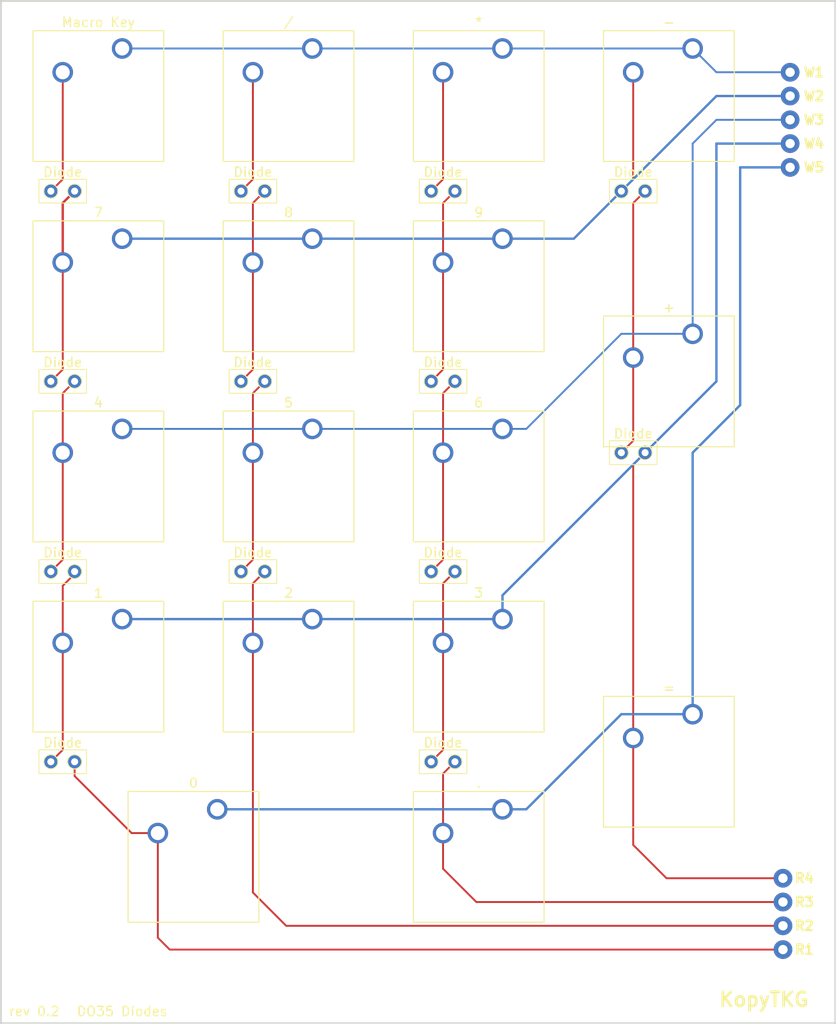
<source format=kicad_pcb>
(kicad_pcb (version 20211014) (generator pcbnew)
  (title_block (rev "2"))
  (layers (0 "F.Cu" signal) (31 "B.Cu" signal) (34 "B.Paste" user) (35 "F.Paste" user) (36 "B.SilkS" user "B.Silkscreen") (37 "F.SilkS" user "F.Silkscreen") (38 "B.Mask" user) (39 "F.Mask" user) (44 "Edge.Cuts" user))
  (net 0 "")
  (footprint "" (layer "F.Cu") (at 86.36 81.28)
    (fp_text reference "" (at 1.778 -0.254) (layer "F.SilkS") (effects (font (size 1.27 1.27))))
    (fp_text value "" (at 1.778 -0.254) (layer "F.SilkS") (effects (font (size 1.27 1.27))))
    (pad "1" thru_hole circle (at 0 0) (size 1.5 1.5) (drill 0.75) (layers *.Cu *.Mask))
  )
  (footprint "Button_Switch_Keyboard:SW_Cherry_MX_1.00u_Plate" (layer "F.Cu") (at 73.66 66.04)
    (fp_text reference "4" (at -2.54 -2.794) (layer "F.SilkS"))
    (fp_text value "SW_Cherry_MX_1.00u_Plate")
    (fp_line (start -9.525 12.065) (end -9.525 -1.905) (layer "F.SilkS") (width 0.12))
    (fp_line (start 4.445 -1.905) (end 4.445 12.065) (layer "F.SilkS") (width 0.12))
    (fp_line (start -9.525 -1.905) (end 4.445 -1.905) (layer "F.SilkS") (width 0.12))
    (fp_line (start 4.445 12.065) (end -9.525 12.065) (layer "F.SilkS") (width 0.12))
    (pad "" np_thru_hole circle (at -2.54 5.08) (size 4 4) (drill 4) (layers *.Cu *.Mask))
    (pad "1" thru_hole circle (at 0 0) (size 2.2 2.2) (drill 1.5) (layers *.Cu *.Mask))
    (pad "2" thru_hole circle (at -6.35 2.54) (size 2.2 2.2) (drill 1.5) (layers *.Cu *.Mask))
  )
  (footprint "" (layer "F.Cu") (at 109.22 40.64)
    (fp_text reference "" (at 0 0) (layer "F.SilkS") (effects (font (size 1.27 1.27))))
    (fp_text value "" (at 0 0) (layer "F.SilkS") (effects (font (size 1.27 1.27))))
    (pad "1" thru_hole circle (at 0 0) (size 1.5 1.5) (drill 0.75) (layers *.Cu *.Mask))
  )
  (footprint "Button_Switch_Keyboard:SW_Cherry_MX_1.00u_Plate" (layer "F.Cu") (at 73.66 45.72)
    (fp_text reference "7" (at -2.54 -2.794) (layer "F.SilkS"))
    (fp_text value "SW_Cherry_MX_1.00u_Plate")
    (fp_line (start -9.525 12.065) (end -9.525 -1.905) (layer "F.SilkS") (width 0.12))
    (fp_line (start 4.445 -1.905) (end 4.445 12.065) (layer "F.SilkS") (width 0.12))
    (fp_line (start 4.445 12.065) (end -9.525 12.065) (layer "F.SilkS") (width 0.12))
    (fp_line (start -9.525 -1.905) (end 4.445 -1.905) (layer "F.SilkS") (width 0.12))
    (pad "" np_thru_hole circle (at -2.54 5.08) (size 4 4) (drill 4) (layers *.Cu *.Mask))
    (pad "1" thru_hole circle (at 0 0) (size 2.2 2.2) (drill 1.5) (layers *.Cu *.Mask))
    (pad "2" thru_hole circle (at -6.35 2.54) (size 2.2 2.2) (drill 1.5) (layers *.Cu *.Mask))
  )
  (footprint "" (layer "F.Cu") (at 144.272 121.666)
    (fp_text reference "" (at 1.778 -0.254) (layer "F.SilkS") (effects (font (size 1.27 1.27))))
    (fp_text value "" (at 1.778 -0.254) (layer "F.SilkS") (effects (font (size 1.27 1.27))))
    (pad "1" thru_hole circle (at 0 0) (size 2 2) (drill 1) (layers *.Cu *.Mask))
  )
  (footprint "Button_Switch_Keyboard:SW_Cherry_MX_1.00u_Plate" (layer "F.Cu") (at 93.98 86.36)
    (fp_text reference "2" (at -2.54 -2.794) (layer "F.SilkS"))
    (fp_text value "SW_Cherry_MX_1.00u_Plate")
    (fp_line (start -9.525 -1.905) (end 4.445 -1.905) (layer "F.SilkS") (width 0.12))
    (fp_line (start 4.445 -1.905) (end 4.445 12.065) (layer "F.SilkS") (width 0.12))
    (fp_line (start 4.445 12.065) (end -9.525 12.065) (layer "F.SilkS") (width 0.12))
    (fp_line (start -9.525 12.065) (end -9.525 -1.905) (layer "F.SilkS") (width 0.12))
    (pad "" np_thru_hole circle (at -2.54 5.08) (size 4 4) (drill 4) (layers *.Cu *.Mask))
    (pad "1" thru_hole circle (at 0 0) (size 2.2 2.2) (drill 1.5) (layers *.Cu *.Mask))
    (pad "2" thru_hole circle (at -6.35 2.54) (size 2.2 2.2) (drill 1.5) (layers *.Cu *.Mask))
  )
  (footprint "" (layer "F.Cu") (at 145.034 35.56)
    (fp_text reference "" (at 4.572 -0.254) (layer "F.SilkS") (effects (font (size 1.27 1.27))))
    (fp_text value "" (at 4.572 -0.254) (layer "F.SilkS") (effects (font (size 1.27 1.27))))
    (pad "1" thru_hole circle (at 0 0) (size 2 2) (drill 1) (layers *.Cu *.Mask))
  )
  (footprint "" (layer "F.Cu") (at 129.54 40.64)
    (fp_text reference "" (at 0 0) (layer "F.SilkS") (effects (font (size 1.27 1.27))))
    (fp_text value "" (at 0 0) (layer "F.SilkS") (effects (font (size 1.27 1.27))))
    (pad "1" thru_hole circle (at 0 0) (size 1.5 1.5) (drill 0.75) (layers *.Cu *.Mask))
  )
  (footprint "" (layer "F.Cu") (at 66.04 60.96)
    (fp_text reference "" (at 1.778 -0.254) (layer "F.SilkS") (effects (font (size 1.27 1.27))))
    (fp_text value "" (at 1.778 -0.254) (layer "F.SilkS") (effects (font (size 1.27 1.27))))
    (pad "1" thru_hole circle (at 0 0) (size 1.5 1.5) (drill 0.75) (layers *.Cu *.Mask))
  )
  (footprint "" (layer "F.Cu") (at 88.9 81.28)
    (fp_text reference "" (at 0 0) (layer "F.SilkS") (effects (font (size 1.27 1.27))))
    (fp_text value "" (at 0 0) (layer "F.SilkS") (effects (font (size 1.27 1.27))))
    (pad "1" thru_hole circle (at 0 0) (size 1.5 1.5) (drill 0.75) (layers *.Cu *.Mask))
  )
  (footprint "" (layer "F.Cu") (at 145.034 38.1)
    (fp_text reference "" (at 4.572 -0.254) (layer "F.SilkS") (effects (font (size 1.27 1.27))))
    (fp_text value "" (at 4.572 -0.254) (layer "F.SilkS") (effects (font (size 1.27 1.27))))
    (pad "1" thru_hole circle (at 0 0) (size 2 2) (drill 1) (layers *.Cu *.Mask))
  )
  (footprint "" (layer "F.Cu") (at 106.68 101.6)
    (fp_text reference "" (at 1.778 -0.254) (layer "F.SilkS") (effects (font (size 1.27 1.27))))
    (fp_text value "" (at 1.778 -0.254) (layer "F.SilkS") (effects (font (size 1.27 1.27))))
    (pad "1" thru_hole circle (at 0 0) (size 1.5 1.5) (drill 0.75) (layers *.Cu *.Mask))
  )
  (footprint "" (layer "F.Cu") (at 68.58 40.64)
    (fp_text reference "" (at 0 0) (layer "F.SilkS") (effects (font (size 1.27 1.27))))
    (fp_text value "" (at 0 0) (layer "F.SilkS") (effects (font (size 1.27 1.27))))
    (pad "1" thru_hole circle (at 0 0) (size 1.5 1.5) (drill 0.75) (layers *.Cu *.Mask))
  )
  (footprint "Button_Switch_Keyboard:SW_Cherry_MX_2.00u_Vertical_Plate" (layer "F.Cu") (at 134.62 55.88)
    (fp_text reference "+" (at -2.54 -2.794) (layer "F.SilkS"))
    (fp_text value "SW_Cherry_MX_2.00u_Vertical_Plate")
    (fp_line (start -9.525 12.065) (end -9.525 -1.905) (layer "F.SilkS") (width 0.12))
    (fp_line (start -9.525 -1.905) (end 4.445 -1.905) (layer "F.SilkS") (width 0.12))
    (fp_line (start 4.445 12.065) (end -9.525 12.065) (layer "F.SilkS") (width 0.12))
    (fp_line (start 4.445 -1.905) (end 4.445 12.065) (layer "F.SilkS") (width 0.12))
    (pad "" np_thru_hole circle (at -2.54 5.08) (size 4 4) (drill 4) (layers *.Cu *.Mask))
    (pad "1" thru_hole circle (at 0 0) (size 2.2 2.2) (drill 1.5) (layers *.Cu *.Mask))
    (pad "2" thru_hole circle (at -6.35 2.54) (size 2.2 2.2) (drill 1.5) (layers *.Cu *.Mask))
  )
  (footprint "" (layer "F.Cu") (at 144.272 119.126)
    (fp_text reference "" (at 1.778 -0.254) (layer "F.SilkS") (effects (font (size 1.27 1.27))))
    (fp_text value "" (at 1.778 -0.254) (layer "F.SilkS") (effects (font (size 1.27 1.27))))
    (pad "1" thru_hole circle (at 0 0) (size 2 2) (drill 1) (layers *.Cu *.Mask))
  )
  (footprint "" (layer "F.Cu") (at 109.22 101.6)
    (fp_text reference "" (at 0 0) (layer "F.SilkS") (effects (font (size 1.27 1.27))))
    (fp_text value "" (at 0 0) (layer "F.SilkS") (effects (font (size 1.27 1.27))))
    (pad "1" thru_hole circle (at 0 0) (size 1.5 1.5) (drill 0.75) (layers *.Cu *.Mask))
  )
  (footprint "" (layer "F.Cu") (at 66.04 81.28)
    (fp_text reference "" (at 1.778 -0.254) (layer "F.SilkS") (effects (font (size 1.27 1.27))))
    (fp_text value "" (at 1.778 -0.254) (layer "F.SilkS") (effects (font (size 1.27 1.27))))
    (pad "1" thru_hole circle (at 0 0) (size 1.5 1.5) (drill 0.75) (layers *.Cu *.Mask))
  )
  (footprint "" (layer "F.Cu") (at 145.034 30.48)
    (fp_text reference "" (at 4.572 -0.254) (layer "F.SilkS") (effects (font (size 1.27 1.27))))
    (fp_text value "" (at 4.572 -0.254) (layer "F.SilkS") (effects (font (size 1.27 1.27))))
    (pad "1" thru_hole circle (at 0 0) (size 2 2) (drill 1) (layers *.Cu *.Mask))
  )
  (footprint "Button_Switch_Keyboard:SW_Cherry_MX_1.00u_Plate" (layer "F.Cu") (at 134.62 25.4)
    (fp_text reference "-" (at -2.54 -2.794) (layer "F.SilkS"))
    (fp_text value "SW_Cherry_MX_1.00u_Plate")
    (fp_line (start -9.525 -1.905) (end 4.445 -1.905) (layer "F.SilkS") (width 0.12))
    (fp_line (start -9.525 12.065) (end -9.525 -1.905) (layer "F.SilkS") (width 0.12))
    (fp_line (start 4.445 -1.905) (end 4.445 12.065) (layer "F.SilkS") (width 0.12))
    (fp_line (start 4.445 12.065) (end -9.525 12.065) (layer "F.SilkS") (width 0.12))
    (pad "" np_thru_hole circle (at -2.54 5.08) (size 4 4) (drill 4) (layers *.Cu *.Mask))
    (pad "1" thru_hole circle (at 0 0) (size 2.2 2.2) (drill 1.5) (layers *.Cu *.Mask))
    (pad "2" thru_hole circle (at -6.35 2.54) (size 2.2 2.2) (drill 1.5) (layers *.Cu *.Mask))
  )
  (footprint "" (layer "F.Cu") (at 127 40.64)
    (fp_text reference "" (at 1.778 -0.254) (layer "F.SilkS") (effects (font (size 1.27 1.27))))
    (fp_text value "" (at 1.778 -0.254) (layer "F.SilkS") (effects (font (size 1.27 1.27))))
    (pad "1" thru_hole circle (at 0 0) (size 1.5 1.5) (drill 0.75) (layers *.Cu *.Mask))
  )
  (footprint "" (layer "F.Cu") (at 68.58 60.96)
    (fp_text reference "" (at 0 0) (layer "F.SilkS") (effects (font (size 1.27 1.27))))
    (fp_text value "" (at 0 0) (layer "F.SilkS") (effects (font (size 1.27 1.27))))
    (pad "1" thru_hole circle (at 0 0) (size 1.5 1.5) (drill 0.75) (layers *.Cu *.Mask))
  )
  (footprint "Button_Switch_Keyboard:SW_Cherry_MX_1.00u_Plate" (layer "F.Cu") (at 114.3 25.4)
    (fp_text reference "*" (at -2.54 -2.794) (layer "F.SilkS"))
    (fp_text value "SW_Cherry_MX_1.00u_Plate")
    (fp_line (start -9.525 -1.905) (end 4.445 -1.905) (layer "F.SilkS") (width 0.12))
    (fp_line (start 4.445 12.065) (end -9.525 12.065) (layer "F.SilkS") (width 0.12))
    (fp_line (start -9.525 12.065) (end -9.525 -1.905) (layer "F.SilkS") (width 0.12))
    (fp_line (start 4.445 -1.905) (end 4.445 12.065) (layer "F.SilkS") (width 0.12))
    (pad "" np_thru_hole circle (at -2.54 5.08) (size 4 4) (drill 4) (layers *.Cu *.Mask))
    (pad "1" thru_hole circle (at 0 0) (size 2.2 2.2) (drill 1.5) (layers *.Cu *.Mask))
    (pad "2" thru_hole circle (at -6.35 2.54) (size 2.2 2.2) (drill 1.5) (layers *.Cu *.Mask))
  )
  (footprint "" (layer "F.Cu") (at 106.68 81.28)
    (fp_text reference "" (at 1.778 -0.254) (layer "F.SilkS") (effects (font (size 1.27 1.27))))
    (fp_text value "" (at 1.778 -0.254) (layer "F.SilkS") (effects (font (size 1.27 1.27))))
    (pad "1" thru_hole circle (at 0 0) (size 1.5 1.5) (drill 0.75) (layers *.Cu *.Mask))
  )
  (footprint "" (layer "F.Cu") (at 88.9 40.64)
    (fp_text reference "" (at 0 0) (layer "F.SilkS") (effects (font (size 1.27 1.27))))
    (fp_text value "" (at 0 0) (layer "F.SilkS") (effects (font (size 1.27 1.27))))
    (pad "1" thru_hole circle (at 0 0) (size 1.5 1.5) (drill 0.75) (layers *.Cu *.Mask))
  )
  (footprint "" (layer "F.Cu") (at 144.272 116.586)
    (fp_text reference "" (at 1.778 -0.254) (layer "F.SilkS") (effects (font (size 1.27 1.27))))
    (fp_text value "" (at 1.778 -0.254) (layer "F.SilkS") (effects (font (size 1.27 1.27))))
    (pad "1" thru_hole circle (at 0 0) (size 2 2) (drill 1) (layers *.Cu *.Mask))
  )
  (footprint "" (layer "F.Cu") (at 145.034 33.02)
    (fp_text reference "" (at 4.572 -0.254) (layer "F.SilkS") (effects (font (size 1.27 1.27))))
    (fp_text value "" (at 4.572 -0.254) (layer "F.SilkS") (effects (font (size 1.27 1.27))))
    (pad "1" thru_hole circle (at 0 0) (size 2 2) (drill 1) (layers *.Cu *.Mask))
  )
  (footprint "Button_Switch_Keyboard:SW_Cherry_MX_1.00u_Plate" (layer "F.Cu") (at 114.3 86.36)
    (fp_text reference "3" (at -2.54 -2.794) (layer "F.SilkS"))
    (fp_text value "SW_Cherry_MX_1.00u_Plate")
    (fp_line (start 4.445 12.065) (end -9.525 12.065) (layer "F.SilkS") (width 0.12))
    (fp_line (start -9.525 -1.905) (end 4.445 -1.905) (layer "F.SilkS") (width 0.12))
    (fp_line (start 4.445 -1.905) (end 4.445 12.065) (layer "F.SilkS") (width 0.12))
    (fp_line (start -9.525 12.065) (end -9.525 -1.905) (layer "F.SilkS") (width 0.12))
    (pad "" np_thru_hole circle (at -2.54 5.08) (size 4 4) (drill 4) (layers *.Cu *.Mask))
    (pad "1" thru_hole circle (at 0 0) (size 2.2 2.2) (drill 1.5) (layers *.Cu *.Mask))
    (pad "2" thru_hole circle (at -6.35 2.54) (size 2.2 2.2) (drill 1.5) (layers *.Cu *.Mask))
  )
  (footprint "" (layer "F.Cu") (at 86.36 60.96)
    (fp_text reference "" (at 1.778 -0.254) (layer "F.SilkS") (effects (font (size 1.27 1.27))))
    (fp_text value "" (at 1.778 -0.254) (layer "F.SilkS") (effects (font (size 1.27 1.27))))
    (pad "1" thru_hole circle (at 0 0) (size 1.5 1.5) (drill 0.75) (layers *.Cu *.Mask))
  )
  (footprint "" (layer "F.Cu") (at 86.36 40.64)
    (fp_text reference "" (at 1.778 -0.254) (layer "F.SilkS") (effects (font (size 1.27 1.27))))
    (fp_text value "" (at 1.778 -0.254) (layer "F.SilkS") (effects (font (size 1.27 1.27))))
    (pad "1" thru_hole circle (at 0 0) (size 1.5 1.5) (drill 0.75) (layers *.Cu *.Mask))
  )
  (footprint "" (layer "F.Cu") (at 68.58 81.28)
    (fp_text reference "" (at 0 0) (layer "F.SilkS") (effects (font (size 1.27 1.27))))
    (fp_text value "" (at 0 0) (layer "F.SilkS") (effects (font (size 1.27 1.27))))
    (pad "1" thru_hole circle (at 0 0) (size 1.5 1.5) (drill 0.75) (layers *.Cu *.Mask))
  )
  (footprint "" (layer "F.Cu") (at 66.04 40.64)
    (fp_text reference "" (at 1.778 -0.254) (layer "F.SilkS") (effects (font (size 1.27 1.27))))
    (fp_text value "" (at 1.778 -0.254) (layer "F.SilkS") (effects (font (size 1.27 1.27))))
    (pad "1" thru_hole circle (at 0 0) (size 1.5 1.5) (drill 0.75) (layers *.Cu *.Mask))
  )
  (footprint "Button_Switch_Keyboard:SW_Cherry_MX_1.00u_Plate" (layer "F.Cu") (at 114.3 66.04)
    (fp_text reference "6" (at -2.54 -2.794) (layer "F.SilkS"))
    (fp_text value "SW_Cherry_MX_1.00u_Plate")
    (fp_line (start -9.525 -1.905) (end 4.445 -1.905) (layer "F.SilkS") (width 0.12))
    (fp_line (start 4.445 -1.905) (end 4.445 12.065) (layer "F.SilkS") (width 0.12))
    (fp_line (start -9.525 12.065) (end -9.525 -1.905) (layer "F.SilkS") (width 0.12))
    (fp_line (start 4.445 12.065) (end -9.525 12.065) (layer "F.SilkS") (width 0.12))
    (pad "" np_thru_hole circle (at -2.54 5.08) (size 4 4) (drill 4) (layers *.Cu *.Mask))
    (pad "1" thru_hole circle (at 0 0) (size 2.2 2.2) (drill 1.5) (layers *.Cu *.Mask))
    (pad "2" thru_hole circle (at -6.35 2.54) (size 2.2 2.2) (drill 1.5) (layers *.Cu *.Mask))
  )
  (footprint "" (layer "F.Cu") (at 106.68 40.64)
    (fp_text reference "" (at 1.778 -0.254) (layer "F.SilkS") (effects (font (size 1.27 1.27))))
    (fp_text value "" (at 1.778 -0.254) (layer "F.SilkS") (effects (font (size 1.27 1.27))))
    (pad "1" thru_hole circle (at 0 0) (size 1.5 1.5) (drill 0.75) (layers *.Cu *.Mask))
  )
  (footprint "" (layer "F.Cu") (at 66.04 101.6)
    (fp_text reference "" (at 1.778 -0.254) (layer "F.SilkS") (effects (font (size 1.27 1.27))))
    (fp_text value "" (at 1.778 -0.254) (layer "F.SilkS") (effects (font (size 1.27 1.27))))
    (pad "1" thru_hole circle (at 0 0) (size 1.5 1.5) (drill 0.75) (layers *.Cu *.Mask))
  )
  (footprint "Button_Switch_Keyboard:SW_Cherry_MX_2.00u_Vertical_Plate" (layer "F.Cu") (at 134.62 96.52)
    (fp_text reference "=" (at -2.54 -2.794) (layer "F.SilkS"))
    (fp_text value "SW_Cherry_MX_2.00u_Vertical_Plate")
    (fp_line (start -9.525 12.065) (end -9.525 -1.905) (layer "F.SilkS") (width 0.12))
    (fp_line (start -9.525 -1.905) (end 4.445 -1.905) (layer "F.SilkS") (width 0.12))
    (fp_line (start 4.445 12.065) (end -9.525 12.065) (layer "F.SilkS") (width 0.12))
    (fp_line (start 4.445 -1.905) (end 4.445 12.065) (layer "F.SilkS") (width 0.12))
    (pad "" np_thru_hole circle (at -2.54 5.08) (size 4 4) (drill 4) (layers *.Cu *.Mask))
    (pad "1" thru_hole circle (at 0 0) (size 2.2 2.2) (drill 1.5) (layers *.Cu *.Mask))
    (pad "2" thru_hole circle (at -6.35 2.54) (size 2.2 2.2) (drill 1.5) (layers *.Cu *.Mask))
  )
  (footprint "" (layer "F.Cu") (at 144.272 114.046)
    (fp_text reference "" (at 1.778 -0.254) (layer "F.SilkS") (effects (font (size 1.27 1.27))))
    (fp_text value "" (at 1.778 -0.254) (layer "F.SilkS") (effects (font (size 1.27 1.27))))
    (pad "1" thru_hole circle (at 0 0) (size 2 2) (drill 1) (layers *.Cu *.Mask))
  )
  (footprint "Button_Switch_Keyboard:SW_Cherry_MX_1.75u_Plate" (layer "F.Cu") (at 83.82 106.68)
    (fp_text reference "0" (at -2.54 -2.794) (layer "F.SilkS"))
    (fp_text value "SW_Cherry_MX_1.75u_Plate")
    (fp_line (start 4.445 12.065) (end -9.525 12.065) (layer "F.SilkS") (width 0.12))
    (fp_line (start -9.525 12.065) (end -9.525 -1.905) (layer "F.SilkS") (width 0.12))
    (fp_line (start -9.525 -1.905) (end 4.445 -1.905) (layer "F.SilkS") (width 0.12))
    (fp_line (start 4.445 -1.905) (end 4.445 12.065) (layer "F.SilkS") (width 0.12))
    (pad "" np_thru_hole circle (at -2.54 5.08) (size 4 4) (drill 4) (layers *.Cu *.Mask))
    (pad "1" thru_hole circle (at 0 0) (size 2.2 2.2) (drill 1.5) (layers *.Cu *.Mask))
    (pad "2" thru_hole circle (at -6.35 2.54) (size 2.2 2.2) (drill 1.5) (layers *.Cu *.Mask))
  )
  (footprint "" (layer "F.Cu") (at 106.68 60.96)
    (fp_text reference "" (at 1.778 -0.254) (layer "F.SilkS") (effects (font (size 1.27 1.27))))
    (fp_text value "" (at 1.778 -0.254) (layer "F.SilkS") (effects (font (size 1.27 1.27))))
    (pad "1" thru_hole circle (at 0 0) (size 1.5 1.5) (drill 0.75) (layers *.Cu *.Mask))
  )
  (footprint "Button_Switch_Keyboard:SW_Cherry_MX_1.00u_Plate" (layer "F.Cu") (at 93.98 45.72)
    (fp_text reference "8" (at -2.54 -2.794) (layer "F.SilkS"))
    (fp_text value "SW_Cherry_MX_1.00u_Plate")
    (fp_line (start 4.445 -1.905) (end 4.445 12.065) (layer "F.SilkS") (width 0.12))
    (fp_line (start -9.525 -1.905) (end 4.445 -1.905) (layer "F.SilkS") (width 0.12))
    (fp_line (start -9.525 12.065) (end -9.525 -1.905) (layer "F.SilkS") (width 0.12))
    (fp_line (start 4.445 12.065) (end -9.525 12.065) (layer "F.SilkS") (width 0.12))
    (pad "" np_thru_hole circle (at -2.54 5.08) (size 4 4) (drill 4) (layers *.Cu *.Mask))
    (pad "1" thru_hole circle (at 0 0) (size 2.2 2.2) (drill 1.5) (layers *.Cu *.Mask))
    (pad "2" thru_hole circle (at -6.35 2.54) (size 2.2 2.2) (drill 1.5) (layers *.Cu *.Mask))
  )
  (footprint "" (layer "F.Cu") (at 88.9 60.96)
    (fp_text reference "" (at 0 0) (layer "F.SilkS") (effects (font (size 1.27 1.27))))
    (fp_text value "" (at 0 0) (layer "F.SilkS") (effects (font (size 1.27 1.27))))
    (pad "1" thru_hole circle (at 0 0) (size 1.5 1.5) (drill 0.75) (layers *.Cu *.Mask))
  )
  (footprint "" (layer "F.Cu") (at 68.58 101.6)
    (fp_text reference "" (at 0 0) (layer "F.SilkS") (effects (font (size 1.27 1.27))))
    (fp_text value "" (at 0 0) (layer "F.SilkS") (effects (font (size 1.27 1.27))))
    (pad "1" thru_hole circle (at 0 0) (size 1.5 1.5) (drill 0.75) (layers *.Cu *.Mask))
  )
  (footprint "Button_Switch_Keyboard:SW_Cherry_MX_1.00u_Plate" (layer "F.Cu") (at 114.3 106.68)
    (fp_text reference "." (at -2.54 -2.794) (layer "F.SilkS"))
    (fp_text value "SW_Cherry_MX_1.00u_Plate")
    (fp_line (start 4.445 -1.905) (end 4.445 12.065) (layer "F.SilkS") (width 0.12))
    (fp_line (start 4.445 12.065) (end -9.525 12.065) (layer "F.SilkS") (width 0.12))
    (fp_line (start -9.525 -1.905) (end 4.445 -1.905) (layer "F.SilkS") (width 0.12))
    (fp_line (start -9.525 12.065) (end -9.525 -1.905) (layer "F.SilkS") (width 0.12))
    (pad "" np_thru_hole circle (at -2.54 5.08) (size 4 4) (drill 4) (layers *.Cu *.Mask))
    (pad "1" thru_hole circle (at 0 0) (size 2.2 2.2) (drill 1.5) (layers *.Cu *.Mask))
    (pad "2" thru_hole circle (at -6.35 2.54) (size 2.2 2.2) (drill 1.5) (layers *.Cu *.Mask))
  )
  (footprint "Button_Switch_Keyboard:SW_Cherry_MX_1.00u_Plate" (layer "F.Cu") (at 93.98 66.04)
    (fp_text reference "5" (at -2.54 -2.794) (layer "F.SilkS"))
    (fp_text value "SW_Cherry_MX_1.00u_Plate")
    (fp_line (start -9.525 12.065) (end -9.525 -1.905) (layer "F.SilkS") (width 0.12))
    (fp_line (start -9.525 -1.905) (end 4.445 -1.905) (layer "F.SilkS") (width 0.12))
    (fp_line (start 4.445 12.065) (end -9.525 12.065) (layer "F.SilkS") (width 0.12))
    (fp_line (start 4.445 -1.905) (end 4.445 12.065) (layer "F.SilkS") (width 0.12))
    (pad "" np_thru_hole circle (at -2.54 5.08) (size 4 4) (drill 4) (layers *.Cu *.Mask))
    (pad "1" thru_hole circle (at 0 0) (size 2.2 2.2) (drill 1.5) (layers *.Cu *.Mask))
    (pad "2" thru_hole circle (at -6.35 2.54) (size 2.2 2.2) (drill 1.5) (layers *.Cu *.Mask))
  )
  (footprint "Button_Switch_Keyboard:SW_Cherry_MX_1.00u_Plate" (layer "F.Cu") (at 73.66 25.4)
    (fp_text reference "Macro Key" (at -2.54 -2.794) (layer "F.SilkS"))
    (fp_text value "SW_Cherry_MX_1.00u_Plate")
    (fp_line (start -9.525 -1.905) (end 4.445 -1.905) (layer "F.SilkS") (width 0.12))
    (fp_line (start 4.445 12.065) (end -9.525 12.065) (layer "F.SilkS") (width 0.12))
    (fp_line (start 4.445 -1.905) (end 4.445 12.065) (layer "F.SilkS") (width 0.12))
    (fp_line (start -9.525 12.065) (end -9.525 -1.905) (layer "F.SilkS") (width 0.12))
    (pad "" np_thru_hole circle (at -2.54 5.08) (size 4 4) (drill 4) (layers *.Cu *.Mask))
    (pad "1" thru_hole circle (at 0 0) (size 2.2 2.2) (drill 1.5) (layers *.Cu *.Mask))
    (pad "2" thru_hole circle (at -6.35 2.54) (size 2.2 2.2) (drill 1.5) (layers *.Cu *.Mask))
  )
  (footprint "" (layer "F.Cu") (at 127 68.58)
    (fp_text reference "" (at 1.778 -0.254) (layer "F.SilkS") (effects (font (size 1.27 1.27))))
    (fp_text value "" (at 1.778 -0.254) (layer "F.SilkS") (effects (font (size 1.27 1.27))))
    (pad "1" thru_hole circle (at 0 0) (size 1.5 1.5) (drill 0.75) (layers *.Cu *.Mask))
  )
  (footprint "" (layer "F.Cu") (at 109.22 81.28)
    (fp_text reference "" (at 0 0) (layer "F.SilkS") (effects (font (size 1.27 1.27))))
    (fp_text value "" (at 0 0) (layer "F.SilkS") (effects (font (size 1.27 1.27))))
    (pad "1" thru_hole circle (at 0 0) (size 1.5 1.5) (drill 0.75) (layers *.Cu *.Mask))
  )
  (footprint "Button_Switch_Keyboard:SW_Cherry_MX_1.00u_Plate" (layer "F.Cu") (at 73.66 86.36)
    (fp_text reference "1" (at -2.54 -2.794) (layer "F.SilkS"))
    (fp_text value "SW_Cherry_MX_1.00u_Plate")
    (fp_line (start -9.525 12.065) (end -9.525 -1.905) (layer "F.SilkS") (width 0.12))
    (fp_line (start -9.525 -1.905) (end 4.445 -1.905) (layer "F.SilkS") (width 0.12))
    (fp_line (start 4.445 12.065) (end -9.525 12.065) (layer "F.SilkS") (width 0.12))
    (fp_line (start 4.445 -1.905) (end 4.445 12.065) (layer "F.SilkS") (width 0.12))
    (pad "" np_thru_hole circle (at -2.54 5.08) (size 4 4) (drill 4) (layers *.Cu *.Mask))
    (pad "1" thru_hole circle (at 0 0) (size 2.2 2.2) (drill 1.5) (layers *.Cu *.Mask))
    (pad "2" thru_hole circle (at -6.35 2.54) (size 2.2 2.2) (drill 1.5) (layers *.Cu *.Mask))
  )
  (footprint "Button_Switch_Keyboard:SW_Cherry_MX_1.00u_Plate" (layer "F.Cu") (at 114.3 45.72)
    (fp_text reference "9" (at -2.54 -2.794) (layer "F.SilkS"))
    (fp_text value "SW_Cherry_MX_1.00u_Plate")
    (fp_line (start 4.445 12.065) (end -9.525 12.065) (layer "F.SilkS") (width 0.12))
    (fp_line (start -9.525 12.065) (end -9.525 -1.905) (layer "F.SilkS") (width 0.12))
    (fp_line (start -9.525 -1.905) (end 4.445 -1.905) (layer "F.SilkS") (width 0.12))
    (fp_line (start 4.445 -1.905) (end 4.445 12.065) (layer "F.SilkS") (width 0.12))
    (pad "" np_thru_hole circle (at -2.54 5.08) (size 4 4) (drill 4) (layers *.Cu *.Mask))
    (pad "1" thru_hole circle (at 0 0) (size 2.2 2.2) (drill 1.5) (layers *.Cu *.Mask))
    (pad "2" thru_hole circle (at -6.35 2.54) (size 2.2 2.2) (drill 1.5) (layers *.Cu *.Mask))
  )
  (footprint "" (layer "F.Cu") (at 109.22 60.96)
    (fp_text reference "" (at 0 0) (layer "F.SilkS") (effects (font (size 1.27 1.27))))
    (fp_text value "" (at 0 0) (layer "F.SilkS") (effects (font (size 1.27 1.27))))
    (pad "1" thru_hole circle (at 0 0) (size 1.5 1.5) (drill 0.75) (layers *.Cu *.Mask))
  )
  (footprint "" (layer "F.Cu") (at 129.54 68.58)
    (fp_text reference "" (at 0 0) (layer "F.SilkS") (effects (font (size 1.27 1.27))))
    (fp_text value "" (at 0 0) (layer "F.SilkS") (effects (font (size 1.27 1.27))))
    (pad "1" thru_hole circle (at 0 0) (size 1.5 1.5) (drill 0.75) (layers *.Cu *.Mask))
  )
  (footprint "" (layer "F.Cu") (at 145.034 27.94)
    (fp_text reference "" (at 4.572 -0.254) (layer "F.SilkS") (effects (font (size 1.27 1.27))))
    (fp_text value "" (at 4.572 -0.254) (layer "F.SilkS") (effects (font (size 1.27 1.27))))
    (pad "1" thru_hole circle (at 0 0) (size 2 2) (drill 1) (layers *.Cu *.Mask))
  )
  (footprint "Button_Switch_Keyboard:SW_Cherry_MX_1.00u_Plate" (layer "F.Cu") (at 93.98 25.4)
    (fp_text reference "/" (at -2.54 -2.794) (layer "F.SilkS"))
    (fp_text value "SW_Cherry_MX_1.00u_Plate")
    (fp_line (start 4.445 12.065) (end -9.525 12.065) (layer "F.SilkS") (width 0.12))
    (fp_line (start -9.525 -1.905) (end 4.445 -1.905) (layer "F.SilkS") (width 0.12))
    (fp_line (start -9.525 12.065) (end -9.525 -1.905) (layer "F.SilkS") (width 0.12))
    (fp_line (start 4.445 -1.905) (end 4.445 12.065) (layer "F.SilkS") (width 0.12))
    (pad "" np_thru_hole circle (at -2.54 5.08) (size 4 4) (drill 4) (layers *.Cu *.Mask))
    (pad "1" thru_hole circle (at 0 0) (size 2.2 2.2) (drill 1.5) (layers *.Cu *.Mask))
    (pad "2" thru_hole circle (at -6.35 2.54) (size 2.2 2.2) (drill 1.5) (layers *.Cu *.Mask))
  )
  (gr_circle (center 144.272 114.046) (end 144.272 114.046) (layer "F.Cu") (width 0.2) (fill none))
  (gr_rect (start 69.85 80.01) (end 64.77 82.55) (layer "F.SilkS") (width 0.1) (fill none))
  (gr_rect (start 90.17 39.37) (end 85.09 41.91) (layer "F.SilkS") (width 0.1) (fill none))
  (gr_rect (start 69.85 100.33) (end 64.77 102.87) (layer "F.SilkS") (width 0.1) (fill none))
  (gr_circle (center 106.68 60.96) (end 107.442 60.96) (layer "F.SilkS") (width 0.1) (fill none))
  (gr_rect (start 110.49 100.33) (end 105.41 102.87) (layer "F.SilkS") (width 0.1) (fill none))
  (gr_circle (center 129.54 68.58) (end 130.302 68.58) (layer "F.SilkS") (width 0.1) (fill none))
  (gr_circle (center 109.22 40.64) (end 109.982 40.64) (layer "F.SilkS") (width 0.1) (fill none))
  (gr_circle (center 88.9 60.96) (end 89.662 60.96) (layer "F.SilkS") (width 0.1) (fill none))
  (gr_circle (center 68.58 101.6) (end 69.342 101.6) (layer "F.SilkS") (width 0.1) (fill none))
  (gr_circle (center 68.58 40.64) (end 69.342 40.64) (layer "F.SilkS") (width 0.1) (fill none))
  (gr_circle (center 88.9 81.28) (end 89.662 81.28) (layer "F.SilkS") (width 0.1) (fill none))
  (gr_circle (center 129.54 40.64) (end 130.302 40.64) (layer "F.SilkS") (width 0.1) (fill none))
  (gr_circle (center 109.22 81.28) (end 109.982 81.28) (layer "F.SilkS") (width 0.1) (fill none))
  (gr_circle (center 66.04 40.64) (end 66.802 40.64) (layer "F.SilkS") (width 0.1) (fill none))
  (gr_circle (center 86.36 60.96) (end 87.122 60.96) (layer "F.SilkS") (width 0.1) (fill none))
  (gr_circle (center 109.22 60.96) (end 109.982 60.96) (layer "F.SilkS") (width 0.1) (fill none))
  (gr_circle (center 68.58 60.96) (end 69.342 60.96) (layer "F.SilkS") (width 0.1) (fill none))
  (gr_rect (start 110.49 80.01) (end 105.41 82.55) (layer "F.SilkS") (width 0.1) (fill none))
  (gr_circle (center 106.68 101.6) (end 107.442 101.6) (layer "F.SilkS") (width 0.1) (fill none))
  (gr_rect (start 110.49 59.69) (end 105.41 62.23) (layer "F.SilkS") (width 0.1) (fill none))
  (gr_rect (start 110.49 39.37) (end 105.41 41.91) (layer "F.SilkS") (width 0.1) (fill none))
  (gr_circle (center 68.58 81.28) (end 69.342 81.28) (layer "F.SilkS") (width 0.1) (fill none))
  (gr_rect (start 130.81 67.31) (end 125.73 69.85) (layer "F.SilkS") (width 0.1) (fill none))
  (gr_circle (center 86.36 40.64) (end 87.122 40.64) (layer "F.SilkS") (width 0.1) (fill none))
  (gr_circle (center 66.04 81.28) (end 66.802 81.28) (layer "F.SilkS") (width 0.1) (fill none))
  (gr_circle (center 127 68.58) (end 127.762 68.58) (layer "F.SilkS") (width 0.1) (fill none))
  (gr_circle (center 127 40.64) (end 127.762 40.64) (layer "F.SilkS") (width 0.1) (fill none))
  (gr_rect (start 90.17 59.69) (end 85.09 62.23) (layer "F.SilkS") (width 0.1) (fill none))
  (gr_circle (center 106.68 40.64) (end 107.442 40.64) (layer "F.SilkS") (width 0.1) (fill none))
  (gr_circle (center 66.04 60.96) (end 66.802 60.96) (layer "F.SilkS") (width 0.1) (fill none))
  (gr_circle (center 86.36 81.28) (end 87.122 81.28) (layer "F.SilkS") (width 0.1) (fill none))
  (gr_rect (start 90.17 80.01) (end 85.09 82.55) (layer "F.SilkS") (width 0.1) (fill none))
  (gr_rect (start 69.85 59.69) (end 64.77 62.23) (layer "F.SilkS") (width 0.1) (fill none))
  (gr_rect (start 130.81 39.37) (end 125.73 41.91) (layer "F.SilkS") (width 0.1) (fill none))
  (gr_rect (start 69.85 39.37) (end 64.77 41.91) (layer "F.SilkS") (width 0.1) (fill none))
  (gr_circle (center 66.04 101.6) (end 66.802 101.6) (layer "F.SilkS") (width 0.1) (fill none))
  (gr_circle (center 109.22 101.6) (end 109.982 101.6) (layer "F.SilkS") (width 0.1) (fill none))
  (gr_circle (center 106.68 81.28) (end 107.442 81.28) (layer "F.SilkS") (width 0.1) (fill none))
  (gr_circle (center 88.9 40.64) (end 89.662 40.64) (layer "F.SilkS") (width 0.1) (fill none))
  (gr_rect (start 149.86 20.32) (end 60.706 129.54) (layer "Edge.Cuts") (width 0.2) (fill none))
  (gr_text "DO35 Diodes\n" (at 73.66 128.27) (layer "F.SilkS") (effects (font (size 1 1))))
  (gr_text "Diode" (at 107.95 38.608) (layer "F.SilkS") (effects (font (size 1 1))))
  (gr_text "W4\n" (at 147.574 35.56) (layer "F.SilkS") (effects (font (size 1 1) (thickness 0.25))))
  (gr_text "Diode" (at 87.63 79.248) (layer "F.SilkS") (effects (font (size 1 1))))
  (gr_text "Diode" (at 87.63 58.928) (layer "F.SilkS") (effects (font (size 1 1))))
  (gr_text "R2\n" (at 146.558 119.126) (layer "F.SilkS") (effects (font (size 1 1) (thickness 0.25))))
  (gr_text "rev 0.2" (at 64.262 128.27) (layer "F.SilkS") (effects (font (size 1 1))))
  (gr_text "Diode" (at 107.95 79.248) (layer "F.SilkS") (effects (font (size 1 1))))
  (gr_text "Diode" (at 67.31 58.928) (layer "F.SilkS") (effects (font (size 1 1))))
  (gr_text "Diode" (at 67.31 99.568) (layer "F.SilkS") (effects (font (size 1 1))))
  (gr_text "Diode" (at 128.27 66.548) (layer "F.SilkS") (effects (font (size 1 1))))
  (gr_text "Diode" (at 67.31 38.608) (layer "F.SilkS") (effects (font (size 1 1))))
  (gr_text "W2\n" (at 147.574 30.48) (layer "F.SilkS") (effects (font (size 1 1) (thickness 0.25))))
  (gr_text "W3" (at 147.574 33.02) (layer "F.SilkS") (effects (font (size 1 1) (thickness 0.25))))
  (gr_text "R4" (at 146.558 114.046) (layer "F.SilkS") (effects (font (size 1 1) (thickness 0.25))))
  (gr_text "W1\n" (at 147.574 27.94) (layer "F.SilkS") (effects (font (size 1 1) (thickness 0.25))))
  (gr_text "R1" (at 146.558 121.666) (layer "F.SilkS") (effects (font (size 1 1) (thickness 0.25))))
  (gr_text "Diode" (at 107.95 58.928) (layer "F.SilkS") (effects (font (size 1 1))))
  (gr_text "Diode" (at 107.95 99.568) (layer "F.SilkS") (effects (font (size 1 1))))
  (gr_text "W5" (at 147.574 38.1) (layer "F.SilkS") (effects (font (size 1 1) (thickness 0.25))))
  (gr_text "Diode" (at 67.31 79.248) (layer "F.SilkS") (effects (font (size 1 1))))
  (gr_text "R3" (at 146.558 116.586) (layer "F.SilkS") (effects (font (size 1 1) (thickness 0.25))))
  (gr_text "KopyTKG" (at 142.24 127) (layer "F.SilkS") (effects (font (size 1.5 1.5) (thickness 0.3))))
  (gr_text "Diode" (at 87.63 38.608) (layer "F.SilkS") (effects (font (size 1 1))))
  (gr_text "Diode" (at 128.27 38.608) (layer "F.SilkS") (effects (font (size 1 1))))
  (segment (start 87.63 68.58) (end 87.63 80.01) (width 0.2) (layer "F.Cu") (net 0))
  (segment (start 128.27 41.91) (end 128.27 58.42) (width 0.2) (layer "F.Cu") (net 0))
  (segment (start 87.63 80.01) (end 86.36 81.28) (width 0.2) (layer "F.Cu") (net 0))
  (segment (start 87.63 115.57) (end 91.186 119.126) (width 0.2) (layer "F.Cu") (net 0))
  (segment (start 128.27 99.06) (end 128.27 110.49) (width 0.2) (layer "F.Cu") (net 0))
  (segment (start 67.31 27.94) (end 67.31 39.37) (width 0.2) (layer "F.Cu") (net 0))
  (segment (start 128.27 67.31) (end 127 68.58) (width 0.2) (layer "F.Cu") (net 0))
  (segment (start 67.31 48.26) (end 67.31 59.69) (width 0.2) (layer "F.Cu") (net 0))
  (segment (start 107.95 102.87) (end 107.95 109.22) (width 0.2) (layer "F.Cu") (net 0))
  (segment (start 128.27 69.85) (end 128.27 99.06) (width 0.2) (layer "F.Cu") (net 0))
  (segment (start 67.31 100.33) (end 66.04 101.6) (width 0.2) (layer "F.Cu") (net 0))
  (segment (start 67.31 41.91) (end 68.58 40.64) (width 0.25) (layer "F.Cu") (net 0))
  (segment (start 87.63 88.9) (end 87.63 115.57) (width 0.2) (layer "F.Cu") (net 0))
  (segment (start 87.63 41.91) (end 87.63 48.26) (width 0.2) (layer "F.Cu") (net 0))
  (segment (start 107.95 27.94) (end 107.95 39.37) (width 0.2) (layer "F.Cu") (net 0))
  (segment (start 87.63 39.37) (end 86.36 40.64) (width 0.2) (layer "F.Cu") (net 0))
  (segment (start 87.63 62.23) (end 87.63 68.58) (width 0.2) (layer "F.Cu") (net 0))
  (segment (start 67.31 59.69) (end 66.04 60.96) (width 0.2) (layer "F.Cu") (net 0))
  (segment (start 107.95 88.9) (end 107.95 82.55) (width 0.2) (layer "F.Cu") (net 0))
  (segment (start 107.95 68.58) (end 107.95 80.01) (width 0.2) (layer "F.Cu") (net 0))
  (segment (start 78.74 121.666) (end 144.272 121.666) (width 0.2) (layer "F.Cu") (net 0))
  (segment (start 107.95 80.01) (end 106.68 81.28) (width 0.2) (layer "F.Cu") (net 0))
  (segment (start 107.95 113.03) (end 111.506 116.586) (width 0.2) (layer "F.Cu") (net 0))
  (segment (start 107.95 109.22) (end 107.95 113.03) (width 0.2) (layer "F.Cu") (net 0))
  (segment (start 128.27 110.49) (end 131.826 114.046) (width 0.2) (layer "F.Cu") (net 0))
  (segment (start 77.47 120.396) (end 78.74 121.666) (width 0.2) (layer "F.Cu") (net 0))
  (segment (start 107.95 59.69) (end 106.68 60.96) (width 0.2) (layer "F.Cu") (net 0))
  (segment (start 129.54 68.58) (end 128.27 69.85) (width 0.2) (layer "F.Cu") (net 0))
  (segment (start 111.506 116.586) (end 144.272 116.586) (width 0.2) (layer "F.Cu") (net 0))
  (segment (start 128.27 58.42) (end 128.27 67.31) (width 0.2) (layer "F.Cu") (net 0))
  (segment (start 109.22 40.64) (end 107.95 41.91) (width 0.2) (layer "F.Cu") (net 0))
  (segment (start 88.9 60.96) (end 87.63 62.23) (width 0.2) (layer "F.Cu") (net 0))
  (segment (start 131.826 114.046) (end 144.272 114.046) (width 0.2) (layer "F.Cu") (net 0))
  (segment (start 87.63 48.26) (end 87.63 59.69) (width 0.2) (layer "F.Cu") (net 0))
  (segment (start 68.58 81.534) (end 67.31 82.804) (width 0.2) (layer "F.Cu") (net 0))
  (segment (start 67.31 80.01) (end 66.04 81.28) (width 0.2) (layer "F.Cu") (net 0))
  (segment (start 68.58 60.96) (end 67.31 62.23) (width 0.2) (layer "F.Cu") (net 0))
  (segment (start 87.63 82.55) (end 87.63 88.9) (width 0.2) (layer "F.Cu") (net 0))
  (segment (start 107.95 39.37) (end 106.68 40.64) (width 0.2) (layer "F.Cu") (net 0))
  (segment (start 107.95 100.33) (end 106.68 101.6) (width 0.2) (layer "F.Cu") (net 0))
  (segment (start 129.54 40.64) (end 128.27 41.91) (width 0.2) (layer "F.Cu") (net 0))
  (segment (start 67.31 88.9) (end 67.31 100.33) (width 0.2) (layer "F.Cu") (net 0))
  (segment (start 107.95 82.55) (end 109.22 81.28) (width 0.2) (layer "F.Cu") (net 0))
  (segment (start 107.95 48.26) (end 107.95 59.69) (width 0.2) (layer "F.Cu") (net 0))
  (segment (start 107.95 41.91) (end 107.95 48.26) (width 0.2) (layer "F.Cu") (net 0))
  (segment (start 128.27 39.37) (end 126.492 41.148) (width 0.2) (layer "F.Cu") (net 0))
  (segment (start 87.63 27.94) (end 87.63 39.37) (width 0.2) (layer "F.Cu") (net 0))
  (segment (start 67.31 39.37) (end 66.04 40.64) (width 0.2) (layer "F.Cu") (net 0))
  (segment (start 77.47 109.22) (end 77.47 120.396) (width 0.2) (layer "F.Cu") (net 0))
  (segment (start 91.186 119.126) (end 144.272 119.126) (width 0.2) (layer "F.Cu") (net 0))
  (segment (start 88.9 81.28) (end 87.63 82.55) (width 0.2) (layer "F.Cu") (net 0))
  (segment (start 109.22 60.96) (end 107.95 62.23) (width 0.2) (layer "F.Cu") (net 0))
  (segment (start 67.31 62.23) (end 67.31 68.58) (width 0.2) (layer "F.Cu") (net 0))
  (segment (start 68.58 101.6) (end 68.58 103.13) (width 0.2) (layer "F.Cu") (net 0))
  (segment (start 74.67 109.22) (end 77.47 109.22) (width 0.2) (layer "F.Cu") (net 0))
  (segment (start 67.31 48.26) (end 67.31 41.91) (width 0.25) (layer "F.Cu") (net 0))
  (segment (start 107.95 62.23) (end 107.95 68.58) (width 0.2) (layer "F.Cu") (net 0))
  (segment (start 67.31 82.804) (end 67.31 88.9) (width 0.2) (layer "F.Cu") (net 0))
  (segment (start 67.31 68.58) (end 67.31 80.01) (width 0.2) (layer "F.Cu") (net 0))
  (segment (start 128.27 27.94) (end 128.27 39.37) (width 0.2) (layer "F.Cu") (net 0))
  (segment (start 88.9 40.64) (end 87.63 41.91) (width 0.2) (layer "F.Cu") (net 0))
  (segment (start 68.58 81.28) (end 68.58 81.534) (width 0.2) (layer "F.Cu") (net 0))
  (segment (start 68.58 103.13) (end 74.67 109.22) (width 0.2) (layer "F.Cu") (net 0))
  (segment (start 107.95 88.9) (end 107.95 100.33) (width 0.2) (layer "F.Cu") (net 0))
  (segment (start 109.22 101.6) (end 107.95 102.87) (width 0.2) (layer "F.Cu") (net 0))
  (segment (start 87.63 59.69) (end 86.36 60.96) (width 0.2) (layer "F.Cu") (net 0))
  (segment (start 145.288 30.48) (end 137.16 30.48) (width 0.25) (layer "B.Cu") (net 0))
  (segment (start 139.7 63.5) (end 134.62 68.58) (width 0.25) (layer "B.Cu") (net 0))
  (segment (start 114.3 66.04) (end 116.84 66.04) (width 0.2) (layer "B.Cu") (net 0))
  (segment (start 134.62 35.56) (end 134.62 55.88) (width 0.2) (layer "B.Cu") (net 0))
  (segment (start 145.034 35.56) (end 137.16 35.56) (width 0.25) (layer "B.Cu") (net 0))
  (segment (start 116.84 66.04) (end 127 55.88) (width 0.2) (layer "B.Cu") (net 0))
  (segment (start 93.98 45.72) (end 114.3 45.72) (width 0.25) (layer "B.Cu") (net 0))
  (segment (start 73.66 45.72) (end 93.98 45.72) (width 0.25) (layer "B.Cu") (net 0))
  (segment (start 137.16 60.96) (end 114.3 83.82) (width 0.25) (layer "B.Cu") (net 0))
  (segment (start 137.16 33.02) (end 134.62 35.56) (width 0.2) (layer "B.Cu") (net 0))
  (segment (start 93.98 86.36) (end 114.3 86.36) (width 0.25) (layer "B.Cu") (net 0))
  (segment (start 116.84 106.68) (end 127 96.52) (width 0.25) (layer "B.Cu") (net 0))
  (segment (start 93.98 25.4) (end 114.3 25.4) (width 0.2) (layer "B.Cu") (net 0))
  (segment (start 137.16 35.56) (end 137.16 60.96) (width 0.25) (layer "B.Cu") (net 0))
  (segment (start 73.66 25.4) (end 93.98 25.4) (width 0.2) (layer "B.Cu") (net 0))
  (segment (start 137.16 30.48) (end 121.92 45.72) (width 0.25) (layer "B.Cu") (net 0))
  (segment (start 114.3 106.68) (end 116.84 106.68) (width 0.25) (layer "B.Cu") (net 0))
  (segment (start 127 55.88) (end 134.62 55.88) (width 0.2) (layer "B.Cu") (net 0))
  (segment (start 144.78 27.94) (end 137.16 27.94) (width 0.2) (layer "B.Cu") (net 0))
  (segment (start 137.16 27.94) (end 134.62 25.4) (width 0.2) (layer "B.Cu") (net 0))
  (segment (start 145.034 38.1) (end 139.7 38.1) (width 0.25) (layer "B.Cu") (net 0))
  (segment (start 134.62 68.58) (end 134.62 96.52) (width 0.25) (layer "B.Cu") (net 0))
  (segment (start 114.3 25.4) (end 134.62 25.4) (width 0.2) (layer "B.Cu") (net 0))
  (segment (start 139.7 38.1) (end 139.7 63.5) (width 0.25) (layer "B.Cu") (net 0))
  (segment (start 114.3 83.82) (end 114.3 86.36) (width 0.25) (layer "B.Cu") (net 0))
  (segment (start 73.66 66.04) (end 93.98 66.04) (width 0.2) (layer "B.Cu") (net 0))
  (segment (start 127 96.52) (end 134.62 96.52) (width 0.25) (layer "B.Cu") (net 0))
  (segment (start 145.034 33.02) (end 137.16 33.02) (width 0.2) (layer "B.Cu") (net 0))
  (segment (start 121.92 45.72) (end 114.3 45.72) (width 0.25) (layer "B.Cu") (net 0))
  (segment (start 83.82 106.68) (end 114.3 106.68) (width 0.25) (layer "B.Cu") (net 0))
  (segment (start 93.98 66.04) (end 114.3 66.04) (width 0.2) (layer "B.Cu") (net 0))
  (segment (start 73.66 86.36) (end 93.98 86.36) (width 0.25) (layer "B.Cu") (net 0))
)
</source>
